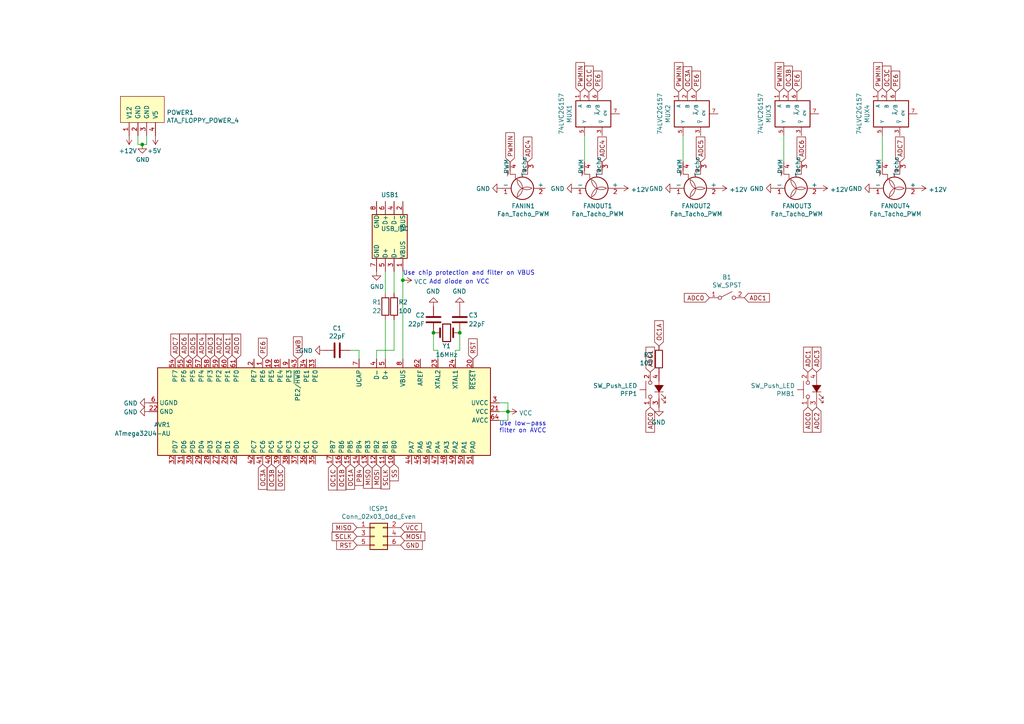
<source format=kicad_sch>
(kicad_sch (version 20211123) (generator eeschema)
  (paper "A4")
  (lib_symbols
    (symbol "74xGxx:74LVC2G157" (pin_names (offset 1.016))
      (property "Reference" "U" (at -2.54 6.35 0))
      (property "Value" "74LVC2G157" (at 5.08 -6.35 0))
      (symbol "74LVC2G157_0_1"
        (rectangle (start -3.81 5.08) (end 3.81 -5.08) (stroke (width 0.254)))
      )
      (symbol "74LVC2G157_1_1"
        (pin input line (at -6.35 3.81 0) (length 2.54) (name "A") (number "1"))
        (pin input line (at -6.35 1.27 0) (length 2.54) (name "B") (number "2"))
        (pin output line (at 6.35 -2.54 180) (length 2.54) (name "~{Y}") (number "3"))
        (pin power_in line (at 2.54 -5.08 270) (length 0) hide (name "GND") (number "4"))
        (pin output line (at 6.35 2.54 180) (length 2.54) (name "Y") (number "5"))
        (pin input line (at -6.35 -1.27 0) (length 2.54) (name "~{A}/B") (number "6"))
        (pin input line (at 0 -7.62 90) (length 2.54) (name "~{G}") (number "7"))
        (pin power_in line (at 2.54 5.08 90) (length 0) hide (name "VCC") (number "8"))
      )
    )
    (symbol "Connector_Generic:Conn_02x03_Odd_Even" (pin_names (offset 1.016) hide)
      (property "Reference" "J" (at 1.27 5.08 0))
      (property "Value" "Conn_02x03_Odd_Even" (at 1.27 -5.08 0))
      (symbol "Conn_02x03_Odd_Even_1_1"
        (rectangle (start -1.27 -2.413) (end 0 -2.667) (stroke (width 0.1524)))
        (rectangle (start -1.27 0.127) (end 0 -0.127) (stroke (width 0.1524)))
        (rectangle (start -1.27 2.667) (end 0 2.413) (stroke (width 0.1524)))
        (rectangle (start -1.27 3.81) (end 3.81 -3.81) (stroke (width 0.254)) (fill (type background)))
        (rectangle (start 3.81 -2.413) (end 2.54 -2.667) (stroke (width 0.1524)))
        (rectangle (start 3.81 0.127) (end 2.54 -0.127) (stroke (width 0.1524)))
        (rectangle (start 3.81 2.667) (end 2.54 2.413) (stroke (width 0.1524)))
        (pin passive line (at -5.08 2.54 0) (length 3.81) (name "Pin_1") (number "1"))
        (pin passive line (at 7.62 2.54 180) (length 3.81) (name "Pin_2") (number "2"))
        (pin passive line (at -5.08 0 0) (length 3.81) (name "Pin_3") (number "3"))
        (pin passive line (at 7.62 0 180) (length 3.81) (name "Pin_4") (number "4"))
        (pin passive line (at -5.08 -2.54 0) (length 3.81) (name "Pin_5") (number "5"))
        (pin passive line (at 7.62 -2.54 180) (length 3.81) (name "Pin_6") (number "6"))
      )
    )
    (symbol "Device:C" (pin_numbers hide) (pin_names (offset 0.254))
      (property "Reference" "C" (at 0.635 2.54 0))
      (property "Value" "C" (at 0.635 -2.54 0))
      (symbol "C_0_1"
        (polyline (pts (xy -2.032 -0.762) (xy 2.032 -0.762)) (stroke (width 0.508)))
        (polyline (pts (xy -2.032 0.762) (xy 2.032 0.762)) (stroke (width 0.508)))
      )
      (symbol "C_1_1"
        (pin passive line (at 0 3.81 270) (length 2.794) (name "~") (number "1"))
        (pin passive line (at 0 -3.81 90) (length 2.794) (name "~") (number "2"))
      )
    )
    (symbol "Device:Crystal" (pin_numbers hide) (pin_names (offset 1.016) hide)
      (property "Reference" "Y" (at 0 3.81 0))
      (property "Value" "Crystal" (at 0 -3.81 0))
      (symbol "Crystal_0_1"
        (rectangle (start -1.143 2.54) (end 1.143 -2.54) (stroke (width 0.3048)))
        (polyline (pts (xy -2.54 0) (xy -1.905 0)))
        (polyline (pts (xy -1.905 -1.27) (xy -1.905 1.27)) (stroke (width 0.508)))
        (polyline (pts (xy 1.905 -1.27) (xy 1.905 1.27)) (stroke (width 0.508)))
        (polyline (pts (xy 2.54 0) (xy 1.905 0)))
      )
      (symbol "Crystal_1_1"
        (pin passive line (at -3.81 0 0) (length 1.27) (name "1") (number "1"))
        (pin passive line (at 3.81 0 180) (length 1.27) (name "2") (number "2"))
      )
    )
    (symbol "Device:R" (pin_numbers hide) (pin_names (offset 0))
      (property "Reference" "R" (at 2.032 0 90))
      (property "Value" "R" (at 0 0 90))
      (symbol "R_0_1"
        (rectangle (start -1.016 -2.54) (end 1.016 2.54) (stroke (width 0.254)))
      )
      (symbol "R_1_1"
        (pin passive line (at 0 3.81 270) (length 1.27) (name "~") (number "1"))
        (pin passive line (at 0 -3.81 90) (length 1.27) (name "~") (number "2"))
      )
    )
    (symbol "MCU_Microchip_AVR:AT90USB646-M"
      (property "Reference" "U" (at -12.7 49.53 0))
      (property "Value" "AT90USB646-M" (at 2.54 -49.53 0))
      (symbol "AT90USB646-M_0_1"
        (rectangle (start -12.7 -48.26) (end 12.7 48.26) (stroke (width 0.254)) (fill (type background)))
      )
      (symbol "AT90USB646-M_1_1"
        (pin bidirectional line (at -15.24 -17.78 0) (length 2.54) (name "PE6") (number "1"))
        (pin bidirectional line (at 15.24 20.32 180) (length 2.54) (name "PB0") (number "10"))
        (pin bidirectional line (at 15.24 17.78 180) (length 2.54) (name "PB1") (number "11"))
        (pin bidirectional line (at 15.24 15.24 180) (length 2.54) (name "PB2") (number "12"))
        (pin bidirectional line (at 15.24 12.7 180) (length 2.54) (name "PB3") (number "13"))
        (pin bidirectional line (at 15.24 10.16 180) (length 2.54) (name "PB4") (number "14"))
        (pin bidirectional line (at 15.24 7.62 180) (length 2.54) (name "PB5") (number "15"))
        (pin bidirectional line (at 15.24 5.08 180) (length 2.54) (name "PB6") (number "16"))
        (pin bidirectional line (at 15.24 2.54 180) (length 2.54) (name "PB7") (number "17"))
        (pin bidirectional line (at -15.24 -12.7 0) (length 2.54) (name "PE4") (number "18"))
        (pin bidirectional line (at -15.24 -15.24 0) (length 2.54) (name "PE5") (number "19"))
        (pin bidirectional line (at -15.24 -20.32 0) (length 2.54) (name "PE7") (number "2"))
        (pin input line (at -15.24 43.18 0) (length 2.54) (name "~{RESET}") (number "20"))
        (pin power_in line (at 0 50.8 270) (length 2.54) (name "VCC") (number "21"))
        (pin power_in line (at 0 -50.8 90) (length 2.54) (name "GND") (number "22"))
        (pin output line (at -15.24 33.02 0) (length 2.54) (name "XTAL2") (number "23"))
        (pin input line (at -15.24 38.1 0) (length 2.54) (name "XTAL1") (number "24"))
        (pin bidirectional line (at 15.24 -25.4 180) (length 2.54) (name "PD0") (number "25"))
        (pin bidirectional line (at 15.24 -27.94 180) (length 2.54) (name "PD1") (number "26"))
        (pin bidirectional line (at 15.24 -30.48 180) (length 2.54) (name "PD2") (number "27"))
        (pin bidirectional line (at 15.24 -33.02 180) (length 2.54) (name "PD3") (number "28"))
        (pin bidirectional line (at 15.24 -35.56 180) (length 2.54) (name "PD4") (number "29"))
        (pin power_in line (at -2.54 50.8 270) (length 2.54) (name "UVCC") (number "3"))
        (pin bidirectional line (at 15.24 -38.1 180) (length 2.54) (name "PD5") (number "30"))
        (pin bidirectional line (at 15.24 -40.64 180) (length 2.54) (name "PD6") (number "31"))
        (pin bidirectional line (at 15.24 -43.18 180) (length 2.54) (name "PD7") (number "32"))
        (pin bidirectional line (at -15.24 -2.54 0) (length 2.54) (name "PE0") (number "33"))
        (pin bidirectional line (at -15.24 -5.08 0) (length 2.54) (name "PE1") (number "34"))
        (pin bidirectional line (at 15.24 -2.54 180) (length 2.54) (name "PC0") (number "35"))
        (pin bidirectional line (at 15.24 -5.08 180) (length 2.54) (name "PC1") (number "36"))
        (pin bidirectional line (at 15.24 -7.62 180) (length 2.54) (name "PC2") (number "37"))
        (pin bidirectional line (at 15.24 -10.16 180) (length 2.54) (name "PC3") (number "38"))
        (pin bidirectional line (at 15.24 -12.7 180) (length 2.54) (name "PC4") (number "39"))
        (pin bidirectional line (at -15.24 15.24 0) (length 2.54) (name "D-") (number "4"))
        (pin bidirectional line (at 15.24 -15.24 180) (length 2.54) (name "PC5") (number "40"))
        (pin bidirectional line (at 15.24 -17.78 180) (length 2.54) (name "PC6") (number "41"))
        (pin bidirectional line (at 15.24 -20.32 180) (length 2.54) (name "PC7") (number "42"))
        (pin bidirectional line (at -15.24 -7.62 0) (length 2.54) (name "PE2/~{HWB}") (number "43"))
        (pin bidirectional line (at 15.24 25.4 180) (length 2.54) (name "PA7") (number "44"))
        (pin bidirectional line (at 15.24 27.94 180) (length 2.54) (name "PA6") (number "45"))
        (pin bidirectional line (at 15.24 30.48 180) (length 2.54) (name "PA5") (number "46"))
        (pin bidirectional line (at 15.24 33.02 180) (length 2.54) (name "PA4") (number "47"))
        (pin bidirectional line (at 15.24 35.56 180) (length 2.54) (name "PA3") (number "48"))
        (pin bidirectional line (at 15.24 38.1 180) (length 2.54) (name "PA2") (number "49"))
        (pin bidirectional line (at -15.24 17.78 0) (length 2.54) (name "D+") (number "5"))
        (pin bidirectional line (at 15.24 40.64 180) (length 2.54) (name "PA1") (number "50"))
        (pin bidirectional line (at 15.24 43.18 180) (length 2.54) (name "PA0") (number "51"))
        (pin passive line (at 0 50.8 270) (length 2.54) hide (name "VCC") (number "52"))
        (pin passive line (at 0 -50.8 90) (length 2.54) hide (name "GND") (number "53"))
        (pin bidirectional line (at -15.24 -43.18 0) (length 2.54) (name "PF7") (number "54"))
        (pin bidirectional line (at -15.24 -40.64 0) (length 2.54) (name "PF6") (number "55"))
        (pin bidirectional line (at -15.24 -38.1 0) (length 2.54) (name "PF5") (number "56"))
        (pin bidirectional line (at -15.24 -35.56 0) (length 2.54) (name "PF4") (number "57"))
        (pin bidirectional line (at -15.24 -33.02 0) (length 2.54) (name "PF3") (number "58"))
        (pin bidirectional line (at -15.24 -30.48 0) (length 2.54) (name "PF2") (number "59"))
        (pin power_in line (at -2.54 -50.8 90) (length 2.54) (name "UGND") (number "6"))
        (pin bidirectional line (at -15.24 -27.94 0) (length 2.54) (name "PF1") (number "60"))
        (pin bidirectional line (at -15.24 -25.4 0) (length 2.54) (name "PF0") (number "61"))
        (pin passive line (at -15.24 27.94 0) (length 2.54) (name "AREF") (number "62"))
        (pin passive line (at 0 -50.8 90) (length 2.54) hide (name "GND") (number "63"))
        (pin power_in line (at 2.54 50.8 270) (length 2.54) (name "AVCC") (number "64"))
        (pin passive line (at 0 -50.8 90) (length 2.54) hide (name "GND") (number "65"))
        (pin passive line (at -15.24 10.16 0) (length 2.54) (name "UCAP") (number "7"))
        (pin input line (at -15.24 22.86 0) (length 2.54) (name "VBUS") (number "8"))
        (pin bidirectional line (at -15.24 -10.16 0) (length 2.54) (name "PE3") (number "9"))
      )
    )
    (symbol "Motor:Fan_Tacho_PWM" (pin_names (offset 0))
      (property "Reference" "M" (at 2.54 5.08 0))
      (property "Value" "Fan_Tacho_PWM" (at 2.54 -2.54 0))
      (symbol "Fan_Tacho_PWM_0_0"
        (arc (start -5.588 1.524) (mid -5.08 1.016) (end -4.572 1.524))
        (arc (start -5.08 2.032) (mid -5.4392 1.8832) (end -5.588 1.524))
        (polyline (pts (xy -5.08 2.032) (xy -5.334 2.159)))
        (polyline (pts (xy -5.08 2.032) (xy -5.207 1.778)))
        (polyline (pts (xy -4.064 2.54) (xy -4.064 1.016) (xy -3.302 1.016)))
      )
      (symbol "Fan_Tacho_PWM_0_1"
        (arc (start -2.54 -0.508) (mid -0.0014 0.9048) (end 0 3.81))
        (polyline (pts (xy -4.064 2.54) (xy -5.08 2.54)))
        (polyline (pts (xy 0 -5.08) (xy 0 -4.572)))
        (polyline (pts (xy 0 -2.2352) (xy 0 -2.6416)))
        (polyline (pts (xy 0 4.2672) (xy 0 4.6228)))
        (polyline (pts (xy 0 4.572) (xy 0 5.08)))
        (polyline (pts (xy -2.54 -1.016) (xy -4.064 -1.016) (xy -4.064 -2.54) (xy -5.08 -2.54)))
        (polyline (pts (xy -5.334 -3.302) (xy -5.08 -3.302) (xy -5.08 -3.048) (xy -4.826 -3.048) (xy -4.826 -3.302) (xy -4.318 -3.302) (xy -4.318 -3.048) (xy -4.064 -3.048) (xy -4.064 -3.302) (xy -3.556 -3.302)))
        (circle (center 0 1.016) (radius 3.2512) (stroke (width 0.254)))
        (arc (start 0 3.81) (mid 0.0468 0.9315) (end 2.54 -0.508))
        (arc (start 2.54 -0.508) (mid 0 1.0618) (end -2.54 -0.508))
      )
      (symbol "Fan_Tacho_PWM_1_1"
        (pin passive line (at 0 -5.08 90) (length 2.54) (name "-") (number "1"))
        (pin passive line (at 0 7.62 270) (length 2.54) (name "+") (number "2"))
        (pin passive line (at -7.62 2.54 0) (length 2.54) (name "Tacho") (number "3"))
        (pin input line (at -7.62 -2.54 0) (length 2.54) (name "PWM") (number "4"))
      )
    )
    (symbol "SATA:ATA_FLOPPY_POWER_4" (pin_names (offset 1.016))
      (property "Reference" "U" (at 0 -7.62 0))
      (property "Value" "ATA_FLOPPY_POWER_4" (at 0 7.62 0))
      (symbol "ATA_FLOPPY_POWER_4_1_1"
        (rectangle (start 3.81 6.35) (end -3.81 -6.35) (fill (type background)))
        (pin power_out line (at -7.62 3.81 0) (length 3.81) (name "V12") (number "1"))
        (pin power_out line (at -7.62 1.27 0) (length 3.81) (name "GND") (number "2"))
        (pin power_out line (at -7.62 -1.27 0) (length 3.81) (name "GND") (number "3"))
        (pin power_out line (at -7.62 -3.81 0) (length 3.81) (name "V5") (number "4"))
      )
    )
    (symbol "Switch:SW_Push_LED" (pin_names (offset 1.016) hide)
      (property "Reference" "SW" (at 0.635 5.715 0))
      (property "Value" "SW_Push_LED" (at 0 -3.175 0))
      (symbol "SW_Push_LED_0_0"
        (polyline (pts (xy -3.81 -1.905) (xy -2.54 -0.635)))
        (polyline (pts (xy -2.54 -1.905) (xy -1.27 -0.635)))
        (polyline (pts (xy -2.54 0) (xy 2.54 0)))
        (polyline (pts (xy -0.635 1.27) (xy -0.635 -1.27)))
        (polyline (pts (xy -3.81 -1.27) (xy -3.81 -1.905) (xy -3.175 -1.905)))
        (polyline (pts (xy -2.54 -1.27) (xy -2.54 -1.905) (xy -1.905 -1.905)))
        (polyline (pts (xy -0.635 0) (xy 1.27 1.27) (xy 1.27 -1.27) (xy -0.635 0)) (fill (type outline)))
      )
      (symbol "SW_Push_LED_0_1"
        (circle (center -2.032 2.54) (radius 0.508))
        (polyline (pts (xy 0 3.81) (xy 0 5.588)))
        (polyline (pts (xy 2.54 3.81) (xy -2.54 3.81)))
        (circle (center 2.032 2.54) (radius 0.508))
        (pin passive line (at -5.08 2.54 0) (length 2.54) (name "1") (number "1"))
        (pin passive line (at 5.08 2.54 180) (length 2.54) (name "2") (number "2"))
        (pin passive line (at -5.08 0 0) (length 2.54) (name "K") (number "3"))
        (pin passive line (at 5.08 0 180) (length 2.54) (name "A") (number "4"))
      )
    )
    (symbol "Switch:SW_SPST" (pin_names (offset 0) hide)
      (property "Reference" "SW" (at 0 3.175 0))
      (property "Value" "SW_SPST" (at 0 -2.54 0))
      (symbol "SW_SPST_0_0"
        (circle (center -2.032 0) (radius 0.508))
        (polyline (pts (xy -1.524 0.254) (xy 1.524 1.778)))
        (circle (center 2.032 0) (radius 0.508))
      )
      (symbol "SW_SPST_1_1"
        (pin passive line (at -5.08 0 0) (length 2.54) (name "A") (number "1"))
        (pin passive line (at 5.08 0 180) (length 2.54) (name "B") (number "2"))
      )
    )
    (symbol "USB:USB_IDC" (pin_names (offset 0.0254))
      (property "Reference" "J" (at 0 7.62 0))
      (property "Value" "USB_IDC" (at 0 -5.08 0))
      (symbol "USB_IDC_1_1"
        (rectangle (start -1.27 6.35) (end 11.43 -3.81) (stroke (width 0.254)) (fill (type background)))
        (pin passive line (at -5.08 5.08 0) (length 3.81) (name "VBUS") (number "1"))
        (pin passive line (at 15.24 5.08 180) (length 3.81) (name "VBUS") (number "2"))
        (pin passive line (at -5.08 2.54 0) (length 3.81) (name "D-") (number "3"))
        (pin passive line (at 15.24 2.54 180) (length 3.81) (name "D-") (number "4"))
        (pin passive line (at -5.08 0 0) (length 3.81) (name "D+") (number "5"))
        (pin passive line (at 15.24 0 180) (length 3.81) (name "D+") (number "6"))
        (pin passive line (at -5.08 -2.54 0) (length 3.81) (name "GND") (number "7"))
        (pin passive line (at 15.24 -2.54 180) (length 3.81) (name "GND") (number "8"))
      )
    )
    (symbol "power:+12V" (power) (pin_names (offset 0))
      (property "Value" "+12V" (at 0 3.556 0))
      (symbol "+12V_0_1"
        (polyline (pts (xy -0.762 1.27) (xy 0 2.54)))
        (polyline (pts (xy 0 0) (xy 0 2.54)))
        (polyline (pts (xy 0 2.54) (xy 0.762 1.27)))
      )
      (symbol "+12V_1_1"
        (pin power_in line (at 0 0 90) (length 0) hide (name "+12V") (number "1"))
      )
    )
    (symbol "power:+5V" (power) (pin_names (offset 0))
      (property "Value" "+5V" (at 0 3.556 0))
      (symbol "+5V_0_1"
        (polyline (pts (xy -0.762 1.27) (xy 0 2.54)))
        (polyline (pts (xy 0 0) (xy 0 2.54)))
        (polyline (pts (xy 0 2.54) (xy 0.762 1.27)))
      )
      (symbol "+5V_1_1"
        (pin power_in line (at 0 0 90) (length 0) hide (name "+5V") (number "1"))
      )
    )
    (symbol "power:GND" (power) (pin_names (offset 0))
      (property "Value" "GND" (at 0 -3.81 0))
      (symbol "GND_0_1"
        (polyline (pts (xy 0 0) (xy 0 -1.27) (xy 1.27 -1.27) (xy 0 -2.54) (xy -1.27 -1.27) (xy 0 -1.27)))
      )
      (symbol "GND_1_1"
        (pin power_in line (at 0 0 270) (length 0) hide (name "GND") (number "1"))
      )
    )
    (symbol "power:VCC" (power) (pin_names (offset 0))
      (property "Value" "VCC" (at 0 3.81 0))
      (symbol "VCC_0_1"
        (polyline (pts (xy -0.762 1.27) (xy 0 2.54)))
        (polyline (pts (xy 0 0) (xy 0 2.54)))
        (polyline (pts (xy 0 2.54) (xy 0.762 1.27)))
      )
      (symbol "VCC_1_1"
        (pin power_in line (at 0 0 90) (length 0) hide (name "VCC") (number "1"))
      )
    )
  )
  (junction (at 41.275 41.91))
  (junction (at 133.35 96.52))
  (junction (at 147.32 119.38))
  (junction (at 116.84 81.28))
  (junction (at 125.73 96.52))
  (wire (pts (xy 40.005 41.91) (xy 41.275 41.91)))
  (wire (pts (xy 104.14 104.14) (xy 104.14 101.6)))
  (wire (pts (xy 116.84 78.74) (xy 116.84 81.28)))
  (wire (pts (xy 147.32 121.92) (xy 144.78 121.92)))
  (wire (pts (xy 114.3 92.71) (xy 114.3 101.6)))
  (wire (pts (xy 132.08 104.14) (xy 132.08 101.6)))
  (wire (pts (xy 111.76 92.71) (xy 111.76 104.14)))
  (wire (pts (xy 42.545 39.37) (xy 42.545 41.91)))
  (wire (pts (xy 40.005 39.37) (xy 40.005 41.91)))
  (wire (pts (xy 147.32 119.38) (xy 147.32 121.92)))
  (wire (pts (xy 104.14 101.6) (xy 101.6 101.6)))
  (wire (pts (xy 133.35 101.6) (xy 133.35 96.52)))
  (wire (pts (xy 255.905 39.37) (xy 255.905 46.99)))
  (wire (pts (xy 127 101.6) (xy 125.73 101.6)))
  (wire (pts (xy 198.12 39.37) (xy 198.12 46.99)))
  (wire (pts (xy 169.545 39.37) (xy 169.545 46.99)))
  (wire (pts (xy 132.08 101.6) (xy 133.35 101.6)))
  (wire (pts (xy 114.3 101.6) (xy 109.22 101.6)))
  (wire (pts (xy 114.3 78.74) (xy 114.3 85.09)))
  (wire (pts (xy 111.76 85.09) (xy 111.76 78.74)))
  (wire (pts (xy 144.78 119.38) (xy 147.32 119.38)))
  (wire (pts (xy 125.73 101.6) (xy 125.73 96.52)))
  (wire (pts (xy 42.545 41.91) (xy 41.275 41.91)))
  (wire (pts (xy 109.22 101.6) (xy 109.22 104.14)))
  (wire (pts (xy 227.33 39.37) (xy 227.33 46.99)))
  (wire (pts (xy 116.84 81.28) (xy 116.84 104.14)))
  (wire (pts (xy 147.32 119.38) (xy 147.32 116.84)))
  (wire (pts (xy 147.32 116.84) (xy 144.78 116.84)))
  (wire (pts (xy 127 104.14) (xy 127 101.6)))
  (text "Add diode on VCC" (at 124.46 82.55 0) (effects (font (size 1.27 1.27)) (justify left bottom)))
  (text "Use chip protection and filter on VBUS" (at 116.84 80.01 0) (effects (font (size 1.27 1.27)) (justify left bottom)))
  (text "Use low-pass\nfilter on AVCC" (at 144.78 125.73 0) (effects (font (size 1.27 1.27)) (justify left bottom)))
  (global_label "PE6" (shape input) (at 231.14 26.67 90) (property "Intersheet References" "${INTERSHEET_REFS}" (effects hide)))
  (global_label "PE6" (shape input) (at 173.355 26.67 90) (property "Intersheet References" "${INTERSHEET_REFS}" (effects hide)))
  (global_label "ADC4" (shape input) (at 153.035 46.99 90) (property "Intersheet References" "${INTERSHEET_REFS}" (effects hide)))
  (global_label "PWMIN" (shape input) (at 254.635 26.67 90) (property "Intersheet References" "${INTERSHEET_REFS}" (effects hide)))
  (global_label "OC1A" (shape input) (at 191.135 100.33 90) (property "Intersheet References" "${INTERSHEET_REFS}" (effects hide)))
  (global_label "ADC3" (shape input) (at 60.96 104.14 90) (property "Intersheet References" "${INTERSHEET_REFS}" (effects hide)))
  (global_label "MISO" (shape input) (at 106.68 134.62 270) (property "Intersheet References" "${INTERSHEET_REFS}" (effects hide)))
  (global_label "ADC3" (shape input) (at 236.855 107.95 90) (property "Intersheet References" "${INTERSHEET_REFS}" (effects hide)))
  (global_label "ADC1" (shape input) (at 215.9 86.36 0) (property "Intersheet References" "${INTERSHEET_REFS}" (effects hide)))
  (global_label "MOSI" (shape input) (at 116.205 155.575 0) (property "Intersheet References" "${INTERSHEET_REFS}" (effects hide)))
  (global_label "OC3B" (shape input) (at 228.6 26.67 90) (property "Intersheet References" "${INTERSHEET_REFS}" (effects hide)))
  (global_label "ADC1" (shape input) (at 234.315 107.95 90) (property "Intersheet References" "${INTERSHEET_REFS}" (effects hide)))
  (global_label "HWB" (shape input) (at 86.36 104.14 90) (property "Intersheet References" "${INTERSHEET_REFS}" (effects hide)))
  (global_label "PWMIN" (shape input) (at 168.275 26.67 90) (property "Intersheet References" "${INTERSHEET_REFS}" (effects hide)))
  (global_label "OC1C" (shape input) (at 170.815 26.67 90) (property "Intersheet References" "${INTERSHEET_REFS}" (effects hide)))
  (global_label "MISO" (shape input) (at 103.505 153.035 180) (property "Intersheet References" "${INTERSHEET_REFS}" (effects hide)))
  (global_label "ADC1" (shape input) (at 66.04 104.14 90) (property "Intersheet References" "${INTERSHEET_REFS}" (effects hide)))
  (global_label "OC1A" (shape input) (at 101.6 134.62 270) (property "Intersheet References" "${INTERSHEET_REFS}" (effects hide)))
  (global_label "ADC4" (shape input) (at 174.625 46.99 90) (property "Intersheet References" "${INTERSHEET_REFS}" (effects hide)))
  (global_label "ADC7" (shape input) (at 50.8 104.14 90) (property "Intersheet References" "${INTERSHEET_REFS}" (effects hide)))
  (global_label "OC1B" (shape input) (at 99.06 134.62 270) (property "Intersheet References" "${INTERSHEET_REFS}" (effects hide)))
  (global_label "PE6" (shape input) (at 76.2 104.14 90) (property "Intersheet References" "${INTERSHEET_REFS}" (effects hide)))
  (global_label "ADC0" (shape input) (at 188.595 118.11 270) (property "Intersheet References" "${INTERSHEET_REFS}" (effects hide)))
  (global_label "SCLK" (shape input) (at 103.505 155.575 180) (property "Intersheet References" "${INTERSHEET_REFS}" (effects hide)))
  (global_label "OC3A" (shape input) (at 76.2 134.62 270) (property "Intersheet References" "${INTERSHEET_REFS}" (effects hide)))
  (global_label "ADC5" (shape input) (at 55.88 104.14 90) (property "Intersheet References" "${INTERSHEET_REFS}" (effects hide)))
  (global_label "OC3A" (shape input) (at 199.39 26.67 90) (property "Intersheet References" "${INTERSHEET_REFS}" (effects hide)))
  (global_label "ADC0" (shape input) (at 68.58 104.14 90) (property "Intersheet References" "${INTERSHEET_REFS}" (effects hide)))
  (global_label "ADC6" (shape input) (at 53.34 104.14 90) (property "Intersheet References" "${INTERSHEET_REFS}" (effects hide)))
  (global_label "GND" (shape input) (at 116.205 158.115 0) (property "Intersheet References" "${INTERSHEET_REFS}" (effects hide)))
  (global_label "PWMIN" (shape input) (at 196.85 26.67 90) (property "Intersheet References" "${INTERSHEET_REFS}" (effects hide)))
  (global_label "PWMIN" (shape input) (at 226.06 26.67 90) (property "Intersheet References" "${INTERSHEET_REFS}" (effects hide)))
  (global_label "PE6" (shape input) (at 259.715 26.67 90) (property "Intersheet References" "${INTERSHEET_REFS}" (effects hide)))
  (global_label "ADC2" (shape input) (at 63.5 104.14 90) (property "Intersheet References" "${INTERSHEET_REFS}" (effects hide)))
  (global_label "SCLK" (shape input) (at 111.76 134.62 270) (property "Intersheet References" "${INTERSHEET_REFS}" (effects hide)))
  (global_label "ADC0" (shape input) (at 205.74 86.36 180) (property "Intersheet References" "${INTERSHEET_REFS}" (effects hide)))
  (global_label "ADC2" (shape input) (at 236.855 118.11 270) (property "Intersheet References" "${INTERSHEET_REFS}" (effects hide)))
  (global_label "OC3B" (shape input) (at 78.74 134.62 270) (property "Intersheet References" "${INTERSHEET_REFS}" (effects hide)))
  (global_label "PWMIN" (shape input) (at 147.955 46.99 90) (property "Intersheet References" "${INTERSHEET_REFS}" (effects hide)))
  (global_label "RST" (shape input) (at 137.16 104.14 90) (property "Intersheet References" "${INTERSHEET_REFS}" (effects hide)))
  (global_label "RST" (shape input) (at 103.505 158.115 180) (property "Intersheet References" "${INTERSHEET_REFS}" (effects hide)))
  (global_label "OC3C" (shape input) (at 81.28 134.62 270) (property "Intersheet References" "${INTERSHEET_REFS}" (effects hide)))
  (global_label "OC3C" (shape input) (at 257.175 26.67 90) (property "Intersheet References" "${INTERSHEET_REFS}" (effects hide)))
  (global_label "OC1C" (shape input) (at 96.52 134.62 270) (property "Intersheet References" "${INTERSHEET_REFS}" (effects hide)))
  (global_label "PE6" (shape input) (at 201.93 26.67 90) (property "Intersheet References" "${INTERSHEET_REFS}" (effects hide)))
  (global_label "MOSI" (shape input) (at 109.22 134.62 270) (property "Intersheet References" "${INTERSHEET_REFS}" (effects hide)))
  (global_label "ADC6" (shape input) (at 232.41 46.99 90) (property "Intersheet References" "${INTERSHEET_REFS}" (effects hide)))
  (global_label "ADC1" (shape input) (at 188.595 107.95 90) (property "Intersheet References" "${INTERSHEET_REFS}" (effects hide)))
  (global_label "SS" (shape input) (at 114.3 134.62 270) (property "Intersheet References" "${INTERSHEET_REFS}" (effects hide)))
  (global_label "ADC0" (shape input) (at 234.315 118.11 270) (property "Intersheet References" "${INTERSHEET_REFS}" (effects hide)))
  (global_label "VCC" (shape input) (at 116.205 153.035 0) (property "Intersheet References" "${INTERSHEET_REFS}" (effects hide)))
  (global_label "ADC5" (shape input) (at 203.2 46.99 90) (property "Intersheet References" "${INTERSHEET_REFS}" (effects hide)))
  (global_label "ADC4" (shape input) (at 58.42 104.14 90) (property "Intersheet References" "${INTERSHEET_REFS}" (effects hide)))
  (global_label "PB4" (shape input) (at 104.14 134.62 270) (property "Intersheet References" "${INTERSHEET_REFS}" (effects hide)))
  (global_label "ADC7" (shape input) (at 260.985 46.99 90) (property "Intersheet References" "${INTERSHEET_REFS}" (effects hide)))
  (symbol (lib_id "SATA:ATA_FLOPPY_POWER_4") (at 41.275 31.75 90) (unit 1)
    (property "Reference" "POWER1" (at 48.3362 32.639 90) (effects (justify right)))
    (property "Value" "ATA_FLOPPY_POWER_4" (at 48.3362 34.9504 90) (effects (justify right)))
    (property "Footprint" "SATA:ATA_FLOPPY_POWER_4" (effects hide))
    (property "Datasheet" "lib/SATA/ATA_POWER_4.pdf" (effects hide))
  )
  (symbol (lib_id "power:+5V") (at 45.085 39.37 180) (unit 1)
    (property "Reference" "#PWR07" (effects hide))
    (property "Value" "+5V" (at 44.704 43.7642 0))
  )
  (symbol (lib_id "power:GND") (at 41.275 41.91 0) (unit 1)
    (property "Reference" "#PWR05" (effects hide))
    (property "Value" "GND" (at 41.402 46.3042 0))
  )
  (symbol (lib_id "power:+12V") (at 37.465 39.37 180) (unit 1)
    (property "Reference" "#PWR04" (effects hide))
    (property "Value" "+12V" (at 37.084 43.7642 0))
  )
  (symbol (lib_id "power:GND") (at 195.58 54.61 270) (unit 1)
    (property "Reference" "#PWR015" (effects hide))
    (property "Value" "GND" (at 192.3288 54.737 90) (effects (justify right)))
  )
  (symbol (lib_id "power:+12V") (at 237.49 54.61 270) (unit 1)
    (property "Reference" "#PWR021" (effects hide))
    (property "Value" "+12V" (at 240.7412 54.991 90) (effects (justify left)))
  )
  (symbol (lib_id "Device:R") (at 111.76 88.9 0) (unit 1)
    (property "Reference" "R1" (at 107.95 87.63 0) (effects (justify left)))
    (property "Value" "22" (at 107.95 90.17 0) (effects (justify left)))
    (property "Footprint" "Resistor_SMD:R_0603_1608Metric" (effects hide))
  )
  (symbol (lib_id "power:GND") (at 191.135 118.11 0) (mirror y) (unit 1)
    (property "Reference" "#PWR016" (effects hide))
    (property "Value" "GND" (at 191.008 122.5042 0))
  )
  (symbol (lib_id "power:GND") (at 93.98 101.6 270) (unit 1)
    (property "Reference" "#PWR03" (effects hide))
    (property "Value" "GND" (at 90.7288 101.727 90) (effects (justify right)))
  )
  (symbol (lib_id "74xGxx:74LVC2G157") (at 200.66 33.02 90) (mirror x) (unit 1)
    (property "Reference" "MUX2" (at 193.7004 33.02 0))
    (property "Value" "74LVC2G157" (at 191.389 33.02 0))
    (property "Footprint" "Package_SO:VSSOP-8_2.4x2.1mm_P0.5mm" (effects hide))
    (property "Datasheet" "http://www.ti.com/lit/sg/scyt129e/scyt129e.pdf" (effects hide))
  )
  (symbol (lib_id "Switch:SW_Push_LED") (at 191.135 113.03 90) (unit 1)
    (property "Reference" "PFP1" (at 184.8612 114.1984 90) (effects (justify left)))
    (property "Value" "SW_Push_LED" (at 184.8612 111.887 90) (effects (justify left)))
    (property "Footprint" "Connector_PinHeader_2.54mm:PinHeader_1x04_P2.54mm_Vertical" (effects hide))
  )
  (symbol (lib_id "Switch:SW_Push_LED") (at 236.855 113.03 90) (unit 1)
    (property "Reference" "PMB1" (at 230.5812 114.1984 90) (effects (justify left)))
    (property "Value" "SW_Push_LED" (at 230.5812 111.887 90) (effects (justify left)))
    (property "Footprint" "Connector_PinHeader_2.54mm:PinHeader_1x04_P2.54mm_Vertical" (effects hide))
  )
  (symbol (lib_id "74xGxx:74LVC2G157") (at 229.87 33.02 90) (mirror x) (unit 1)
    (property "Reference" "MUX3" (at 222.9104 33.02 0))
    (property "Value" "74LVC2G157" (at 220.599 33.02 0))
    (property "Footprint" "Package_SO:VSSOP-8_2.4x2.1mm_P0.5mm" (effects hide))
    (property "Datasheet" "http://www.ti.com/lit/sg/scyt129e/scyt129e.pdf" (effects hide))
  )
  (symbol (lib_id "power:GND") (at 43.18 119.38 270) (unit 1)
    (property "Reference" "#PWR02" (effects hide))
    (property "Value" "GND" (at 39.9288 119.507 90) (effects (justify right)))
  )
  (symbol (lib_id "USB:USB_IDC") (at 111.76 73.66 270) (mirror x) (unit 1)
    (property "Reference" "USB1" (at 110.49 56.515 90) (effects (justify left)))
    (property "Value" "USB_IDC" (at 110.49 66.3448 90) (effects (justify left)))
    (property "Footprint" "USB:USB_IDC" (effects hide))
  )
  (symbol (lib_id "power:+12V") (at 266.065 54.61 270) (unit 1)
    (property "Reference" "#PWR023" (effects hide))
    (property "Value" "+12V" (at 269.3162 54.991 90) (effects (justify left)))
  )
  (symbol (lib_id "Motor:Fan_Tacho_PWM") (at 229.87 54.61 270) (unit 1)
    (property "Reference" "FANOUT3" (at 231.14 59.7408 90))
    (property "Value" "Fan_Tacho_PWM" (at 231.14 62.0522 90))
    (property "Footprint" "Connector:FanPinHeader_1x04_P2.54mm_Vertical" (effects hide))
    (property "Datasheet" "http://www.formfactors.org/developer%5Cspecs%5Crev1_2_public.pdf" (effects hide))
  )
  (symbol (lib_id "MCU_Microchip_AVR:AT90USB646-M") (at 93.98 119.38 270) (unit 1)
    (property "Reference" "AVR1" (at 49.53 123.19 90) (effects (justify right)))
    (property "Value" "ATmega32U4-AU" (at 49.53 125.73 90) (effects (justify right)))
    (property "Footprint" "Package_DFN_QFN:QFN-64-1EP_9x9mm_P0.5mm_EP7.5x7.5mm" (effects hide))
    (property "Datasheet" "http://ww1.microchip.com/downloads/en/DeviceDoc/doc7593.pdf" (effects hide))
  )
  (symbol (lib_id "power:VCC") (at 147.32 119.38 270) (unit 1)
    (property "Reference" "#PWR012" (effects hide))
    (property "Value" "VCC" (at 150.5712 119.8118 90) (effects (justify left)))
  )
  (symbol (lib_id "power:VCC") (at 116.84 81.28 270) (unit 1)
    (property "Reference" "#PWR08" (effects hide))
    (property "Value" "VCC" (at 120.0912 81.7118 90) (effects (justify left)))
  )
  (symbol (lib_id "Connector_Generic:Conn_02x03_Odd_Even") (at 108.585 155.575 0) (unit 1)
    (property "Reference" "ICSP1" (at 109.855 147.5232 0))
    (property "Value" "Conn_02x03_Odd_Even" (at 109.855 149.8346 0))
    (property "Footprint" "Connector_PinHeader_2.54mm:PinHeader_2x03_P2.54mm_Vertical_SMD" (effects hide))
  )
  (symbol (lib_id "Motor:Fan_Tacho_PWM") (at 150.495 54.61 270) (unit 1)
    (property "Reference" "FANIN1" (at 151.765 59.7408 90))
    (property "Value" "Fan_Tacho_PWM" (at 151.765 62.0522 90))
    (property "Footprint" "Connector:FanPinHeader_1x04_P2.54mm_Vertical" (effects hide))
    (property "Datasheet" "http://www.formfactors.org/developer%5Cspecs%5Crev1_2_public.pdf" (effects hide))
  )
  (symbol (lib_id "Device:R") (at 114.3 88.9 0) (unit 1)
    (property "Reference" "R2" (at 115.57 87.63 0) (effects (justify left)))
    (property "Value" "100" (at 115.57 90.17 0) (effects (justify left)))
    (property "Footprint" "Resistor_SMD:R_0603_1608Metric" (effects hide))
  )
  (symbol (lib_id "74xGxx:74LVC2G157") (at 172.085 33.02 90) (mirror x) (unit 1)
    (property "Reference" "MUX1" (at 165.1254 33.02 0))
    (property "Value" "74LVC2G157" (at 162.814 33.02 0))
    (property "Footprint" "Package_SO:VSSOP-8_2.4x2.1mm_P0.5mm" (effects hide))
    (property "Datasheet" "http://www.ti.com/lit/sg/scyt129e/scyt129e.pdf" (effects hide))
  )
  (symbol (lib_id "power:GND") (at 253.365 54.61 270) (unit 1)
    (property "Reference" "#PWR022" (effects hide))
    (property "Value" "GND" (at 250.1138 54.737 90) (effects (justify right)))
  )
  (symbol (lib_id "Motor:Fan_Tacho_PWM") (at 258.445 54.61 270) (unit 1)
    (property "Reference" "FANOUT4" (at 259.715 59.7408 90))
    (property "Value" "Fan_Tacho_PWM" (at 259.715 62.0522 90))
    (property "Footprint" "Connector:FanPinHeader_1x04_P2.54mm_Vertical" (effects hide))
    (property "Datasheet" "http://www.formfactors.org/developer%5Cspecs%5Crev1_2_public.pdf" (effects hide))
  )
  (symbol (lib_id "power:GND") (at 224.79 54.61 270) (unit 1)
    (property "Reference" "#PWR019" (effects hide))
    (property "Value" "GND" (at 221.5388 54.737 90) (effects (justify right)))
  )
  (symbol (lib_id "Switch:SW_SPST") (at 210.82 86.36 0) (unit 1)
    (property "Reference" "B1" (at 210.82 80.391 0))
    (property "Value" "SW_SPST" (at 210.82 82.7024 0))
    (property "Footprint" "Button_Switch_SMD:SW_SPST_TL3342" (effects hide))
  )
  (symbol (lib_id "power:GND") (at 167.005 54.61 270) (unit 1)
    (property "Reference" "#PWR013" (effects hide))
    (property "Value" "GND" (at 163.7538 54.737 90) (effects (justify right)))
  )
  (symbol (lib_id "power:GND") (at 145.415 54.61 270) (unit 1)
    (property "Reference" "#PWR011" (effects hide))
    (property "Value" "GND" (at 142.1638 54.737 90) (effects (justify right)))
  )
  (symbol (lib_id "power:+12V") (at 179.705 54.61 270) (unit 1)
    (property "Reference" "#PWR014" (effects hide))
    (property "Value" "+12V" (at 182.9562 54.991 90) (effects (justify left)))
  )
  (symbol (lib_id "Device:C") (at 97.79 101.6 270) (unit 1)
    (property "Reference" "C1" (at 97.79 95.1992 90))
    (property "Value" "22pF" (at 97.79 97.5106 90))
    (property "Footprint" "Capacitor_SMD:C_0402_1005Metric" (effects hide))
  )
  (symbol (lib_id "Device:C") (at 133.35 92.71 0) (unit 1)
    (property "Reference" "C3" (at 135.89 91.44 0) (effects (justify left)))
    (property "Value" "22pF" (at 135.89 93.98 0) (effects (justify left)))
    (property "Footprint" "Capacitor_SMD:C_0402_1005Metric" (effects hide))
  )
  (symbol (lib_id "Device:R") (at 191.135 104.14 0) (mirror y) (unit 1)
    (property "Reference" "R3" (at 189.357 102.9716 0) (effects (justify left)))
    (property "Value" "100" (at 189.357 105.283 0) (effects (justify left)))
    (property "Footprint" "Resistor_SMD:R_0201_0603Metric" (effects hide))
  )
  (symbol (lib_id "power:GND") (at 133.35 88.9 180) (unit 1)
    (property "Reference" "#PWR010" (effects hide))
    (property "Value" "GND" (at 133.223 84.5058 0))
  )
  (symbol (lib_id "Device:C") (at 125.73 92.71 0) (unit 1)
    (property "Reference" "C2" (at 123.19 91.44 0) (effects (justify right)))
    (property "Value" "22pF" (at 123.19 93.98 0) (effects (justify right)))
    (property "Footprint" "Capacitor_SMD:C_0402_1005Metric" (effects hide))
  )
  (symbol (lib_id "power:GND") (at 109.22 78.74 0) (unit 1)
    (property "Reference" "#PWR06" (effects hide))
    (property "Value" "GND" (at 109.347 83.1342 0))
  )
  (symbol (lib_id "power:GND") (at 125.73 88.9 180) (unit 1)
    (property "Reference" "#PWR09" (effects hide))
    (property "Value" "GND" (at 125.603 84.5058 0))
  )
  (symbol (lib_id "Motor:Fan_Tacho_PWM") (at 172.085 54.61 270) (unit 1)
    (property "Reference" "FANOUT1" (at 173.355 59.7408 90))
    (property "Value" "Fan_Tacho_PWM" (at 173.355 62.0522 90))
    (property "Footprint" "Connector:FanPinHeader_1x04_P2.54mm_Vertical" (effects hide))
    (property "Datasheet" "http://www.formfactors.org/developer%5Cspecs%5Crev1_2_public.pdf" (effects hide))
  )
  (symbol (lib_id "power:+12V") (at 208.28 54.61 270) (unit 1)
    (property "Reference" "#PWR017" (effects hide))
    (property "Value" "+12V" (at 211.5312 54.991 90) (effects (justify left)))
  )
  (symbol (lib_id "power:GND") (at 43.18 116.84 270) (unit 1)
    (property "Reference" "#PWR01" (effects hide))
    (property "Value" "GND" (at 39.9288 116.967 90) (effects (justify right)))
  )
  (symbol (lib_id "Motor:Fan_Tacho_PWM") (at 200.66 54.61 270) (unit 1)
    (property "Reference" "FANOUT2" (at 201.93 59.7408 90))
    (property "Value" "Fan_Tacho_PWM" (at 201.93 62.0522 90))
    (property "Footprint" "Connector:FanPinHeader_1x04_P2.54mm_Vertical" (effects hide))
    (property "Datasheet" "http://www.formfactors.org/developer%5Cspecs%5Crev1_2_public.pdf" (effects hide))
  )
  (symbol (lib_id "74xGxx:74LVC2G157") (at 258.445 33.02 90) (mirror x) (unit 1)
    (property "Reference" "MUX4" (at 251.4854 33.02 0))
    (property "Value" "74LVC2G157" (at 249.174 33.02 0))
    (property "Footprint" "Package_SO:VSSOP-8_2.4x2.1mm_P0.5mm" (effects hide))
    (property "Datasheet" "http://www.ti.com/lit/sg/scyt129e/scyt129e.pdf" (effects hide))
  )
  (symbol (lib_id "Device:Crystal") (at 129.54 96.52 0) (unit 1)
    (property "Reference" "Y1" (at 129.54 100.33 0))
    (property "Value" "16MHz" (at 129.54 102.87 0))
    (property "Footprint" "Crystal:Crystal_SMD_0603-2Pin_6.0x3.5mm" (effects hide))
  )
)
</source>
